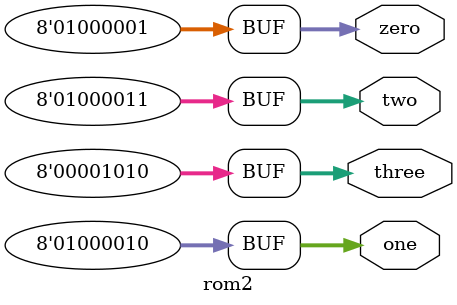
<source format=v>
`timescale 1ns / 10ps

module rom2(zero, one, two, three);

   output [7:0] zero, one, two, three;

   assign zero  = 8'd65;
   assign one   = 8'd66;
   assign two   = 8'd67;
   assign three = 8'd10;
endmodule

</source>
